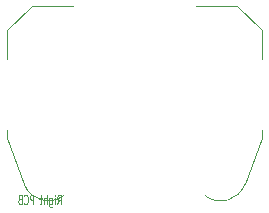
<source format=gbo>
%TF.GenerationSoftware,KiCad,Pcbnew,8.0.3*%
%TF.CreationDate,2025-02-28T01:09:01-06:00*%
%TF.ProjectId,HearingAid_Right,48656172-696e-4674-9169-645f52696768,rev?*%
%TF.SameCoordinates,Original*%
%TF.FileFunction,Legend,Bot*%
%TF.FilePolarity,Positive*%
%FSLAX46Y46*%
G04 Gerber Fmt 4.6, Leading zero omitted, Abs format (unit mm)*
G04 Created by KiCad (PCBNEW 8.0.3) date 2025-02-28 01:09:01*
%MOMM*%
%LPD*%
G01*
G04 APERTURE LIST*
%ADD10C,0.080000*%
%ADD11C,0.120000*%
%ADD12R,1.270000X5.080000*%
%ADD13C,17.800000*%
G04 APERTURE END LIST*
D10*
X115572607Y-79567935D02*
X115739273Y-79186982D01*
X115858321Y-79567935D02*
X115858321Y-78767935D01*
X115858321Y-78767935D02*
X115667845Y-78767935D01*
X115667845Y-78767935D02*
X115620226Y-78806030D01*
X115620226Y-78806030D02*
X115596416Y-78844125D01*
X115596416Y-78844125D02*
X115572607Y-78920316D01*
X115572607Y-78920316D02*
X115572607Y-79034601D01*
X115572607Y-79034601D02*
X115596416Y-79110792D01*
X115596416Y-79110792D02*
X115620226Y-79148887D01*
X115620226Y-79148887D02*
X115667845Y-79186982D01*
X115667845Y-79186982D02*
X115858321Y-79186982D01*
X115358321Y-79567935D02*
X115358321Y-79034601D01*
X115358321Y-78767935D02*
X115382130Y-78806030D01*
X115382130Y-78806030D02*
X115358321Y-78844125D01*
X115358321Y-78844125D02*
X115334511Y-78806030D01*
X115334511Y-78806030D02*
X115358321Y-78767935D01*
X115358321Y-78767935D02*
X115358321Y-78844125D01*
X114905940Y-79034601D02*
X114905940Y-79682220D01*
X114905940Y-79682220D02*
X114929750Y-79758411D01*
X114929750Y-79758411D02*
X114953559Y-79796506D01*
X114953559Y-79796506D02*
X115001178Y-79834601D01*
X115001178Y-79834601D02*
X115072607Y-79834601D01*
X115072607Y-79834601D02*
X115120226Y-79796506D01*
X114905940Y-79529840D02*
X114953559Y-79567935D01*
X114953559Y-79567935D02*
X115048797Y-79567935D01*
X115048797Y-79567935D02*
X115096416Y-79529840D01*
X115096416Y-79529840D02*
X115120226Y-79491744D01*
X115120226Y-79491744D02*
X115144035Y-79415554D01*
X115144035Y-79415554D02*
X115144035Y-79186982D01*
X115144035Y-79186982D02*
X115120226Y-79110792D01*
X115120226Y-79110792D02*
X115096416Y-79072697D01*
X115096416Y-79072697D02*
X115048797Y-79034601D01*
X115048797Y-79034601D02*
X114953559Y-79034601D01*
X114953559Y-79034601D02*
X114905940Y-79072697D01*
X114667845Y-79567935D02*
X114667845Y-78767935D01*
X114453559Y-79567935D02*
X114453559Y-79148887D01*
X114453559Y-79148887D02*
X114477369Y-79072697D01*
X114477369Y-79072697D02*
X114524988Y-79034601D01*
X114524988Y-79034601D02*
X114596416Y-79034601D01*
X114596416Y-79034601D02*
X114644035Y-79072697D01*
X114644035Y-79072697D02*
X114667845Y-79110792D01*
X114286892Y-79034601D02*
X114096416Y-79034601D01*
X114215464Y-78767935D02*
X114215464Y-79453649D01*
X114215464Y-79453649D02*
X114191654Y-79529840D01*
X114191654Y-79529840D02*
X114144035Y-79567935D01*
X114144035Y-79567935D02*
X114096416Y-79567935D01*
X113548798Y-79567935D02*
X113548798Y-78767935D01*
X113548798Y-78767935D02*
X113358322Y-78767935D01*
X113358322Y-78767935D02*
X113310703Y-78806030D01*
X113310703Y-78806030D02*
X113286893Y-78844125D01*
X113286893Y-78844125D02*
X113263084Y-78920316D01*
X113263084Y-78920316D02*
X113263084Y-79034601D01*
X113263084Y-79034601D02*
X113286893Y-79110792D01*
X113286893Y-79110792D02*
X113310703Y-79148887D01*
X113310703Y-79148887D02*
X113358322Y-79186982D01*
X113358322Y-79186982D02*
X113548798Y-79186982D01*
X112763084Y-79491744D02*
X112786893Y-79529840D01*
X112786893Y-79529840D02*
X112858322Y-79567935D01*
X112858322Y-79567935D02*
X112905941Y-79567935D01*
X112905941Y-79567935D02*
X112977369Y-79529840D01*
X112977369Y-79529840D02*
X113024988Y-79453649D01*
X113024988Y-79453649D02*
X113048798Y-79377459D01*
X113048798Y-79377459D02*
X113072607Y-79225078D01*
X113072607Y-79225078D02*
X113072607Y-79110792D01*
X113072607Y-79110792D02*
X113048798Y-78958411D01*
X113048798Y-78958411D02*
X113024988Y-78882220D01*
X113024988Y-78882220D02*
X112977369Y-78806030D01*
X112977369Y-78806030D02*
X112905941Y-78767935D01*
X112905941Y-78767935D02*
X112858322Y-78767935D01*
X112858322Y-78767935D02*
X112786893Y-78806030D01*
X112786893Y-78806030D02*
X112763084Y-78844125D01*
X112382131Y-79148887D02*
X112310703Y-79186982D01*
X112310703Y-79186982D02*
X112286893Y-79225078D01*
X112286893Y-79225078D02*
X112263084Y-79301268D01*
X112263084Y-79301268D02*
X112263084Y-79415554D01*
X112263084Y-79415554D02*
X112286893Y-79491744D01*
X112286893Y-79491744D02*
X112310703Y-79529840D01*
X112310703Y-79529840D02*
X112358322Y-79567935D01*
X112358322Y-79567935D02*
X112548798Y-79567935D01*
X112548798Y-79567935D02*
X112548798Y-78767935D01*
X112548798Y-78767935D02*
X112382131Y-78767935D01*
X112382131Y-78767935D02*
X112334512Y-78806030D01*
X112334512Y-78806030D02*
X112310703Y-78844125D01*
X112310703Y-78844125D02*
X112286893Y-78920316D01*
X112286893Y-78920316D02*
X112286893Y-78996506D01*
X112286893Y-78996506D02*
X112310703Y-79072697D01*
X112310703Y-79072697D02*
X112334512Y-79110792D01*
X112334512Y-79110792D02*
X112382131Y-79148887D01*
X112382131Y-79148887D02*
X112548798Y-79148887D01*
D11*
%TO.C,BT1*%
X111320000Y-64823630D02*
X113400000Y-62743630D01*
X111320000Y-67283630D02*
X111320000Y-64823630D01*
X111320000Y-73913630D02*
X111320000Y-73283630D01*
X112760000Y-77863630D02*
X111320000Y-73913630D01*
X116900000Y-62743630D02*
X113400000Y-62743630D01*
X130800000Y-62743630D02*
X127300000Y-62743630D01*
X131440000Y-77863630D02*
X132880000Y-73913630D01*
X132880000Y-64823630D02*
X130800000Y-62743630D01*
X132880000Y-67283630D02*
X132880000Y-64823630D01*
X132880000Y-73913630D02*
X132880000Y-73283630D01*
X116100000Y-78833630D02*
G75*
G02*
X112774757Y-77871799I-1310000J1700000D01*
G01*
X131440000Y-77863630D02*
G75*
G02*
X128103354Y-78850160I-2030000J730001D01*
G01*
%TD*%
%LPC*%
D12*
%TO.C,BT1*%
X133085000Y-70283630D03*
X111115000Y-70283630D03*
D13*
X122100000Y-70283630D03*
%TD*%
%LPD*%
M02*

</source>
